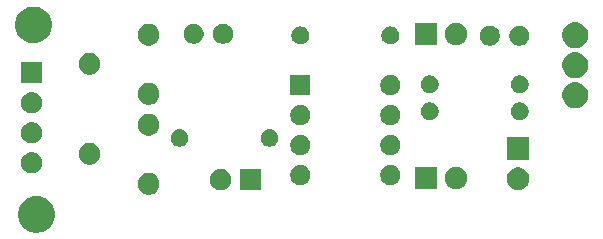
<source format=gbr>
G04 #@! TF.GenerationSoftware,KiCad,Pcbnew,5.1.5-52549c5~86~ubuntu16.04.1*
G04 #@! TF.CreationDate,2020-11-24T19:11:49+05:30*
G04 #@! TF.ProjectId,IR_Sensor_Module_555_V1.0_B,49525f53-656e-4736-9f72-5f4d6f64756c,V1.0*
G04 #@! TF.SameCoordinates,Original*
G04 #@! TF.FileFunction,Soldermask,Bot*
G04 #@! TF.FilePolarity,Negative*
%FSLAX46Y46*%
G04 Gerber Fmt 4.6, Leading zero omitted, Abs format (unit mm)*
G04 Created by KiCad (PCBNEW 5.1.5-52549c5~86~ubuntu16.04.1) date 2020-11-24 19:11:49*
%MOMM*%
%LPD*%
G04 APERTURE LIST*
%ADD10C,0.100000*%
G04 APERTURE END LIST*
D10*
G36*
X102556585Y-115366802D02*
G01*
X102706410Y-115396604D01*
X102988674Y-115513521D01*
X103242705Y-115683259D01*
X103458741Y-115899295D01*
X103628479Y-116153326D01*
X103745396Y-116435590D01*
X103805000Y-116735240D01*
X103805000Y-117040760D01*
X103745396Y-117340410D01*
X103628479Y-117622674D01*
X103458741Y-117876705D01*
X103242705Y-118092741D01*
X102988674Y-118262479D01*
X102706410Y-118379396D01*
X102556585Y-118409198D01*
X102406761Y-118439000D01*
X102101239Y-118439000D01*
X101951415Y-118409198D01*
X101801590Y-118379396D01*
X101519326Y-118262479D01*
X101265295Y-118092741D01*
X101049259Y-117876705D01*
X100879521Y-117622674D01*
X100762604Y-117340410D01*
X100703000Y-117040760D01*
X100703000Y-116735240D01*
X100762604Y-116435590D01*
X100879521Y-116153326D01*
X101049259Y-115899295D01*
X101265295Y-115683259D01*
X101519326Y-115513521D01*
X101801590Y-115396604D01*
X101951415Y-115366802D01*
X102101239Y-115337000D01*
X102406761Y-115337000D01*
X102556585Y-115366802D01*
G37*
G36*
X112030104Y-113409585D02*
G01*
X112198626Y-113479389D01*
X112350291Y-113580728D01*
X112479272Y-113709709D01*
X112580611Y-113861374D01*
X112650415Y-114029896D01*
X112686000Y-114208797D01*
X112686000Y-114391203D01*
X112650415Y-114570104D01*
X112580611Y-114738626D01*
X112479272Y-114890291D01*
X112350291Y-115019272D01*
X112198626Y-115120611D01*
X112030104Y-115190415D01*
X111851203Y-115226000D01*
X111668797Y-115226000D01*
X111489896Y-115190415D01*
X111321374Y-115120611D01*
X111169709Y-115019272D01*
X111040728Y-114890291D01*
X110939389Y-114738626D01*
X110869585Y-114570104D01*
X110834000Y-114391203D01*
X110834000Y-114208797D01*
X110869585Y-114029896D01*
X110939389Y-113861374D01*
X111040728Y-113709709D01*
X111169709Y-113580728D01*
X111321374Y-113479389D01*
X111489896Y-113409585D01*
X111668797Y-113374000D01*
X111851203Y-113374000D01*
X112030104Y-113409585D01*
G37*
G36*
X121297000Y-114845400D02*
G01*
X119495000Y-114845400D01*
X119495000Y-113043400D01*
X121297000Y-113043400D01*
X121297000Y-114845400D01*
G37*
G36*
X117969512Y-113048327D02*
G01*
X118118812Y-113078024D01*
X118282784Y-113145944D01*
X118430354Y-113244547D01*
X118555853Y-113370046D01*
X118654456Y-113517616D01*
X118722376Y-113681588D01*
X118757000Y-113855659D01*
X118757000Y-114033141D01*
X118722376Y-114207212D01*
X118654456Y-114371184D01*
X118555853Y-114518754D01*
X118430354Y-114644253D01*
X118282784Y-114742856D01*
X118118812Y-114810776D01*
X117969512Y-114840473D01*
X117944742Y-114845400D01*
X117767258Y-114845400D01*
X117742488Y-114840473D01*
X117593188Y-114810776D01*
X117429216Y-114742856D01*
X117281646Y-114644253D01*
X117156147Y-114518754D01*
X117057544Y-114371184D01*
X116989624Y-114207212D01*
X116955000Y-114033141D01*
X116955000Y-113855659D01*
X116989624Y-113681588D01*
X117057544Y-113517616D01*
X117156147Y-113370046D01*
X117281646Y-113244547D01*
X117429216Y-113145944D01*
X117593188Y-113078024D01*
X117742488Y-113048327D01*
X117767258Y-113043400D01*
X117944742Y-113043400D01*
X117969512Y-113048327D01*
G37*
G36*
X143330195Y-112953746D02*
G01*
X143503266Y-113025434D01*
X143503267Y-113025435D01*
X143659027Y-113129510D01*
X143791490Y-113261973D01*
X143827036Y-113315172D01*
X143895566Y-113417734D01*
X143967254Y-113590805D01*
X144003800Y-113774533D01*
X144003800Y-113961867D01*
X143967254Y-114145595D01*
X143895566Y-114318666D01*
X143853451Y-114381695D01*
X143791490Y-114474427D01*
X143659027Y-114606890D01*
X143603109Y-114644253D01*
X143503266Y-114710966D01*
X143330195Y-114782654D01*
X143146467Y-114819200D01*
X142959133Y-114819200D01*
X142775405Y-114782654D01*
X142602334Y-114710966D01*
X142502491Y-114644253D01*
X142446573Y-114606890D01*
X142314110Y-114474427D01*
X142252149Y-114381695D01*
X142210034Y-114318666D01*
X142138346Y-114145595D01*
X142101800Y-113961867D01*
X142101800Y-113774533D01*
X142138346Y-113590805D01*
X142210034Y-113417734D01*
X142278564Y-113315172D01*
X142314110Y-113261973D01*
X142446573Y-113129510D01*
X142602333Y-113025435D01*
X142602334Y-113025434D01*
X142775405Y-112953746D01*
X142959133Y-112917200D01*
X143146467Y-112917200D01*
X143330195Y-112953746D01*
G37*
G36*
X136206000Y-114743000D02*
G01*
X134304000Y-114743000D01*
X134304000Y-112841000D01*
X136206000Y-112841000D01*
X136206000Y-114743000D01*
G37*
G36*
X138072395Y-112877546D02*
G01*
X138245466Y-112949234D01*
X138252220Y-112953747D01*
X138401227Y-113053310D01*
X138533690Y-113185773D01*
X138533691Y-113185775D01*
X138637766Y-113341534D01*
X138709454Y-113514605D01*
X138746000Y-113698333D01*
X138746000Y-113885667D01*
X138709454Y-114069395D01*
X138637766Y-114242466D01*
X138637765Y-114242467D01*
X138533690Y-114398227D01*
X138401227Y-114530690D01*
X138342241Y-114570103D01*
X138245466Y-114634766D01*
X138072395Y-114706454D01*
X137888667Y-114743000D01*
X137701333Y-114743000D01*
X137517605Y-114706454D01*
X137344534Y-114634766D01*
X137247759Y-114570103D01*
X137188773Y-114530690D01*
X137056310Y-114398227D01*
X136952235Y-114242467D01*
X136952234Y-114242466D01*
X136880546Y-114069395D01*
X136844000Y-113885667D01*
X136844000Y-113698333D01*
X136880546Y-113514605D01*
X136952234Y-113341534D01*
X137056309Y-113185775D01*
X137056310Y-113185773D01*
X137188773Y-113053310D01*
X137337780Y-112953747D01*
X137344534Y-112949234D01*
X137517605Y-112877546D01*
X137701333Y-112841000D01*
X137888667Y-112841000D01*
X138072395Y-112877546D01*
G37*
G36*
X132480628Y-112745103D02*
G01*
X132635500Y-112809253D01*
X132774881Y-112902385D01*
X132893415Y-113020919D01*
X132986547Y-113160300D01*
X133050697Y-113315172D01*
X133083400Y-113479584D01*
X133083400Y-113647216D01*
X133050697Y-113811628D01*
X132986547Y-113966500D01*
X132893415Y-114105881D01*
X132774881Y-114224415D01*
X132635500Y-114317547D01*
X132480628Y-114381697D01*
X132316216Y-114414400D01*
X132148584Y-114414400D01*
X131984172Y-114381697D01*
X131829300Y-114317547D01*
X131689919Y-114224415D01*
X131571385Y-114105881D01*
X131478253Y-113966500D01*
X131414103Y-113811628D01*
X131381400Y-113647216D01*
X131381400Y-113479584D01*
X131414103Y-113315172D01*
X131478253Y-113160300D01*
X131571385Y-113020919D01*
X131689919Y-112902385D01*
X131829300Y-112809253D01*
X131984172Y-112745103D01*
X132148584Y-112712400D01*
X132316216Y-112712400D01*
X132480628Y-112745103D01*
G37*
G36*
X124860628Y-112745103D02*
G01*
X125015500Y-112809253D01*
X125154881Y-112902385D01*
X125273415Y-113020919D01*
X125366547Y-113160300D01*
X125430697Y-113315172D01*
X125463400Y-113479584D01*
X125463400Y-113647216D01*
X125430697Y-113811628D01*
X125366547Y-113966500D01*
X125273415Y-114105881D01*
X125154881Y-114224415D01*
X125015500Y-114317547D01*
X124860628Y-114381697D01*
X124696216Y-114414400D01*
X124528584Y-114414400D01*
X124364172Y-114381697D01*
X124209300Y-114317547D01*
X124069919Y-114224415D01*
X123951385Y-114105881D01*
X123858253Y-113966500D01*
X123794103Y-113811628D01*
X123761400Y-113647216D01*
X123761400Y-113479584D01*
X123794103Y-113315172D01*
X123858253Y-113160300D01*
X123951385Y-113020919D01*
X124069919Y-112902385D01*
X124209300Y-112809253D01*
X124364172Y-112745103D01*
X124528584Y-112712400D01*
X124696216Y-112712400D01*
X124860628Y-112745103D01*
G37*
G36*
X101967512Y-111625927D02*
G01*
X102116812Y-111655624D01*
X102280784Y-111723544D01*
X102428354Y-111822147D01*
X102553853Y-111947646D01*
X102652456Y-112095216D01*
X102720376Y-112259188D01*
X102755000Y-112433259D01*
X102755000Y-112610741D01*
X102720376Y-112784812D01*
X102652456Y-112948784D01*
X102553853Y-113096354D01*
X102428354Y-113221853D01*
X102280784Y-113320456D01*
X102116812Y-113388376D01*
X101969221Y-113417733D01*
X101942742Y-113423000D01*
X101765258Y-113423000D01*
X101738779Y-113417733D01*
X101591188Y-113388376D01*
X101427216Y-113320456D01*
X101279646Y-113221853D01*
X101154147Y-113096354D01*
X101055544Y-112948784D01*
X100987624Y-112784812D01*
X100953000Y-112610741D01*
X100953000Y-112433259D01*
X100987624Y-112259188D01*
X101055544Y-112095216D01*
X101154147Y-111947646D01*
X101279646Y-111822147D01*
X101427216Y-111723544D01*
X101591188Y-111655624D01*
X101740488Y-111625927D01*
X101765258Y-111621000D01*
X101942742Y-111621000D01*
X101967512Y-111625927D01*
G37*
G36*
X107030104Y-110869585D02*
G01*
X107198626Y-110939389D01*
X107350291Y-111040728D01*
X107479272Y-111169709D01*
X107580611Y-111321374D01*
X107650415Y-111489896D01*
X107686000Y-111668797D01*
X107686000Y-111851203D01*
X107650415Y-112030104D01*
X107580611Y-112198626D01*
X107479272Y-112350291D01*
X107350291Y-112479272D01*
X107198626Y-112580611D01*
X107030104Y-112650415D01*
X106851203Y-112686000D01*
X106668797Y-112686000D01*
X106489896Y-112650415D01*
X106321374Y-112580611D01*
X106169709Y-112479272D01*
X106040728Y-112350291D01*
X105939389Y-112198626D01*
X105869585Y-112030104D01*
X105834000Y-111851203D01*
X105834000Y-111668797D01*
X105869585Y-111489896D01*
X105939389Y-111321374D01*
X106040728Y-111169709D01*
X106169709Y-111040728D01*
X106321374Y-110939389D01*
X106489896Y-110869585D01*
X106668797Y-110834000D01*
X106851203Y-110834000D01*
X107030104Y-110869585D01*
G37*
G36*
X144003800Y-112279200D02*
G01*
X142101800Y-112279200D01*
X142101800Y-110377200D01*
X144003800Y-110377200D01*
X144003800Y-112279200D01*
G37*
G36*
X132480628Y-110205103D02*
G01*
X132635500Y-110269253D01*
X132774881Y-110362385D01*
X132893415Y-110480919D01*
X132986547Y-110620300D01*
X133050697Y-110775172D01*
X133083400Y-110939584D01*
X133083400Y-111107216D01*
X133050697Y-111271628D01*
X132986547Y-111426500D01*
X132893415Y-111565881D01*
X132774881Y-111684415D01*
X132635500Y-111777547D01*
X132480628Y-111841697D01*
X132316216Y-111874400D01*
X132148584Y-111874400D01*
X131984172Y-111841697D01*
X131829300Y-111777547D01*
X131689919Y-111684415D01*
X131571385Y-111565881D01*
X131478253Y-111426500D01*
X131414103Y-111271628D01*
X131381400Y-111107216D01*
X131381400Y-110939584D01*
X131414103Y-110775172D01*
X131478253Y-110620300D01*
X131571385Y-110480919D01*
X131689919Y-110362385D01*
X131829300Y-110269253D01*
X131984172Y-110205103D01*
X132148584Y-110172400D01*
X132316216Y-110172400D01*
X132480628Y-110205103D01*
G37*
G36*
X124860628Y-110205103D02*
G01*
X125015500Y-110269253D01*
X125154881Y-110362385D01*
X125273415Y-110480919D01*
X125366547Y-110620300D01*
X125430697Y-110775172D01*
X125463400Y-110939584D01*
X125463400Y-111107216D01*
X125430697Y-111271628D01*
X125366547Y-111426500D01*
X125273415Y-111565881D01*
X125154881Y-111684415D01*
X125015500Y-111777547D01*
X124860628Y-111841697D01*
X124696216Y-111874400D01*
X124528584Y-111874400D01*
X124364172Y-111841697D01*
X124209300Y-111777547D01*
X124069919Y-111684415D01*
X123951385Y-111565881D01*
X123858253Y-111426500D01*
X123794103Y-111271628D01*
X123761400Y-111107216D01*
X123761400Y-110939584D01*
X123794103Y-110775172D01*
X123858253Y-110620300D01*
X123951385Y-110480919D01*
X124069919Y-110362385D01*
X124209300Y-110269253D01*
X124364172Y-110205103D01*
X124528584Y-110172400D01*
X124696216Y-110172400D01*
X124860628Y-110205103D01*
G37*
G36*
X122215259Y-109691660D02*
G01*
X122328643Y-109738625D01*
X122351932Y-109748272D01*
X122474935Y-109830460D01*
X122579540Y-109935065D01*
X122635805Y-110019272D01*
X122661729Y-110058070D01*
X122718340Y-110194741D01*
X122747200Y-110339832D01*
X122747200Y-110487768D01*
X122718340Y-110632859D01*
X122661728Y-110769532D01*
X122579540Y-110892535D01*
X122474935Y-110997140D01*
X122351932Y-111079328D01*
X122351931Y-111079329D01*
X122351930Y-111079329D01*
X122215259Y-111135940D01*
X122070168Y-111164800D01*
X121922232Y-111164800D01*
X121777141Y-111135940D01*
X121640470Y-111079329D01*
X121640469Y-111079329D01*
X121640468Y-111079328D01*
X121517465Y-110997140D01*
X121412860Y-110892535D01*
X121330672Y-110769532D01*
X121274060Y-110632859D01*
X121245200Y-110487768D01*
X121245200Y-110339832D01*
X121274060Y-110194741D01*
X121330671Y-110058070D01*
X121356595Y-110019272D01*
X121412860Y-109935065D01*
X121517465Y-109830460D01*
X121640468Y-109748272D01*
X121663758Y-109738625D01*
X121777141Y-109691660D01*
X121922232Y-109662800D01*
X122070168Y-109662800D01*
X122215259Y-109691660D01*
G37*
G36*
X114595259Y-109691660D02*
G01*
X114708643Y-109738625D01*
X114731932Y-109748272D01*
X114854935Y-109830460D01*
X114959540Y-109935065D01*
X115015805Y-110019272D01*
X115041729Y-110058070D01*
X115098340Y-110194741D01*
X115127200Y-110339832D01*
X115127200Y-110487768D01*
X115098340Y-110632859D01*
X115041728Y-110769532D01*
X114959540Y-110892535D01*
X114854935Y-110997140D01*
X114731932Y-111079328D01*
X114731931Y-111079329D01*
X114731930Y-111079329D01*
X114595259Y-111135940D01*
X114450168Y-111164800D01*
X114302232Y-111164800D01*
X114157141Y-111135940D01*
X114020470Y-111079329D01*
X114020469Y-111079329D01*
X114020468Y-111079328D01*
X113897465Y-110997140D01*
X113792860Y-110892535D01*
X113710672Y-110769532D01*
X113654060Y-110632859D01*
X113625200Y-110487768D01*
X113625200Y-110339832D01*
X113654060Y-110194741D01*
X113710671Y-110058070D01*
X113736595Y-110019272D01*
X113792860Y-109935065D01*
X113897465Y-109830460D01*
X114020468Y-109748272D01*
X114043758Y-109738625D01*
X114157141Y-109691660D01*
X114302232Y-109662800D01*
X114450168Y-109662800D01*
X114595259Y-109691660D01*
G37*
G36*
X101967512Y-109085927D02*
G01*
X102116812Y-109115624D01*
X102280784Y-109183544D01*
X102428354Y-109282147D01*
X102553853Y-109407646D01*
X102652456Y-109555216D01*
X102720376Y-109719188D01*
X102742509Y-109830460D01*
X102754410Y-109890290D01*
X102755000Y-109893259D01*
X102755000Y-110070741D01*
X102720376Y-110244812D01*
X102652456Y-110408784D01*
X102553853Y-110556354D01*
X102428354Y-110681853D01*
X102280784Y-110780456D01*
X102116812Y-110848376D01*
X101967512Y-110878073D01*
X101942742Y-110883000D01*
X101765258Y-110883000D01*
X101740488Y-110878073D01*
X101591188Y-110848376D01*
X101427216Y-110780456D01*
X101279646Y-110681853D01*
X101154147Y-110556354D01*
X101055544Y-110408784D01*
X100987624Y-110244812D01*
X100953000Y-110070741D01*
X100953000Y-109893259D01*
X100953591Y-109890290D01*
X100965491Y-109830460D01*
X100987624Y-109719188D01*
X101055544Y-109555216D01*
X101154147Y-109407646D01*
X101279646Y-109282147D01*
X101427216Y-109183544D01*
X101591188Y-109115624D01*
X101740488Y-109085927D01*
X101765258Y-109081000D01*
X101942742Y-109081000D01*
X101967512Y-109085927D01*
G37*
G36*
X112030104Y-108409585D02*
G01*
X112198626Y-108479389D01*
X112350291Y-108580728D01*
X112479272Y-108709709D01*
X112580611Y-108861374D01*
X112650415Y-109029896D01*
X112686000Y-109208797D01*
X112686000Y-109391203D01*
X112650415Y-109570104D01*
X112580611Y-109738626D01*
X112479272Y-109890291D01*
X112350291Y-110019272D01*
X112198626Y-110120611D01*
X112030104Y-110190415D01*
X111851203Y-110226000D01*
X111668797Y-110226000D01*
X111489896Y-110190415D01*
X111321374Y-110120611D01*
X111169709Y-110019272D01*
X111040728Y-109890291D01*
X110939389Y-109738626D01*
X110869585Y-109570104D01*
X110834000Y-109391203D01*
X110834000Y-109208797D01*
X110869585Y-109029896D01*
X110939389Y-108861374D01*
X111040728Y-108709709D01*
X111169709Y-108580728D01*
X111321374Y-108479389D01*
X111489896Y-108409585D01*
X111668797Y-108374000D01*
X111851203Y-108374000D01*
X112030104Y-108409585D01*
G37*
G36*
X124860628Y-107665103D02*
G01*
X125015500Y-107729253D01*
X125154881Y-107822385D01*
X125273415Y-107940919D01*
X125366547Y-108080300D01*
X125430697Y-108235172D01*
X125463400Y-108399584D01*
X125463400Y-108567216D01*
X125430697Y-108731628D01*
X125366547Y-108886500D01*
X125273415Y-109025881D01*
X125154881Y-109144415D01*
X125015500Y-109237547D01*
X124860628Y-109301697D01*
X124696216Y-109334400D01*
X124528584Y-109334400D01*
X124364172Y-109301697D01*
X124209300Y-109237547D01*
X124069919Y-109144415D01*
X123951385Y-109025881D01*
X123858253Y-108886500D01*
X123794103Y-108731628D01*
X123761400Y-108567216D01*
X123761400Y-108399584D01*
X123794103Y-108235172D01*
X123858253Y-108080300D01*
X123951385Y-107940919D01*
X124069919Y-107822385D01*
X124209300Y-107729253D01*
X124364172Y-107665103D01*
X124528584Y-107632400D01*
X124696216Y-107632400D01*
X124860628Y-107665103D01*
G37*
G36*
X132480628Y-107665103D02*
G01*
X132635500Y-107729253D01*
X132774881Y-107822385D01*
X132893415Y-107940919D01*
X132986547Y-108080300D01*
X133050697Y-108235172D01*
X133083400Y-108399584D01*
X133083400Y-108567216D01*
X133050697Y-108731628D01*
X132986547Y-108886500D01*
X132893415Y-109025881D01*
X132774881Y-109144415D01*
X132635500Y-109237547D01*
X132480628Y-109301697D01*
X132316216Y-109334400D01*
X132148584Y-109334400D01*
X131984172Y-109301697D01*
X131829300Y-109237547D01*
X131689919Y-109144415D01*
X131571385Y-109025881D01*
X131478253Y-108886500D01*
X131414103Y-108731628D01*
X131381400Y-108567216D01*
X131381400Y-108399584D01*
X131414103Y-108235172D01*
X131478253Y-108080300D01*
X131571385Y-107940919D01*
X131689919Y-107822385D01*
X131829300Y-107729253D01*
X131984172Y-107665103D01*
X132148584Y-107632400D01*
X132316216Y-107632400D01*
X132480628Y-107665103D01*
G37*
G36*
X135778859Y-107431060D02*
G01*
X135915532Y-107487672D01*
X136038535Y-107569860D01*
X136143140Y-107674465D01*
X136225328Y-107797468D01*
X136281940Y-107934141D01*
X136310800Y-108079233D01*
X136310800Y-108227167D01*
X136281940Y-108372259D01*
X136225328Y-108508932D01*
X136143140Y-108631935D01*
X136038535Y-108736540D01*
X135915532Y-108818728D01*
X135915531Y-108818729D01*
X135915530Y-108818729D01*
X135778859Y-108875340D01*
X135633768Y-108904200D01*
X135485832Y-108904200D01*
X135340741Y-108875340D01*
X135204070Y-108818729D01*
X135204069Y-108818729D01*
X135204068Y-108818728D01*
X135081065Y-108736540D01*
X134976460Y-108631935D01*
X134894272Y-108508932D01*
X134837660Y-108372259D01*
X134808800Y-108227167D01*
X134808800Y-108079233D01*
X134837660Y-107934141D01*
X134894272Y-107797468D01*
X134976460Y-107674465D01*
X135081065Y-107569860D01*
X135204068Y-107487672D01*
X135340741Y-107431060D01*
X135485832Y-107402200D01*
X135633768Y-107402200D01*
X135778859Y-107431060D01*
G37*
G36*
X143398859Y-107431060D02*
G01*
X143535532Y-107487672D01*
X143658535Y-107569860D01*
X143763140Y-107674465D01*
X143845328Y-107797468D01*
X143901940Y-107934141D01*
X143930800Y-108079233D01*
X143930800Y-108227167D01*
X143901940Y-108372259D01*
X143845328Y-108508932D01*
X143763140Y-108631935D01*
X143658535Y-108736540D01*
X143535532Y-108818728D01*
X143535531Y-108818729D01*
X143535530Y-108818729D01*
X143398859Y-108875340D01*
X143253768Y-108904200D01*
X143105832Y-108904200D01*
X142960741Y-108875340D01*
X142824070Y-108818729D01*
X142824069Y-108818729D01*
X142824068Y-108818728D01*
X142701065Y-108736540D01*
X142596460Y-108631935D01*
X142514272Y-108508932D01*
X142457660Y-108372259D01*
X142428800Y-108227167D01*
X142428800Y-108079233D01*
X142457660Y-107934141D01*
X142514272Y-107797468D01*
X142596460Y-107674465D01*
X142701065Y-107569860D01*
X142824068Y-107487672D01*
X142960741Y-107431060D01*
X143105832Y-107402200D01*
X143253768Y-107402200D01*
X143398859Y-107431060D01*
G37*
G36*
X101967512Y-106545927D02*
G01*
X102116812Y-106575624D01*
X102280784Y-106643544D01*
X102428354Y-106742147D01*
X102553853Y-106867646D01*
X102652456Y-107015216D01*
X102720376Y-107179188D01*
X102755000Y-107353259D01*
X102755000Y-107530741D01*
X102720376Y-107704812D01*
X102652456Y-107868784D01*
X102553853Y-108016354D01*
X102428354Y-108141853D01*
X102280784Y-108240456D01*
X102116812Y-108308376D01*
X101967512Y-108338073D01*
X101942742Y-108343000D01*
X101765258Y-108343000D01*
X101740488Y-108338073D01*
X101591188Y-108308376D01*
X101427216Y-108240456D01*
X101279646Y-108141853D01*
X101154147Y-108016354D01*
X101055544Y-107868784D01*
X100987624Y-107704812D01*
X100953000Y-107530741D01*
X100953000Y-107353259D01*
X100987624Y-107179188D01*
X101055544Y-107015216D01*
X101154147Y-106867646D01*
X101279646Y-106742147D01*
X101427216Y-106643544D01*
X101591188Y-106575624D01*
X101740488Y-106545927D01*
X101765258Y-106541000D01*
X101942742Y-106541000D01*
X101967512Y-106545927D01*
G37*
G36*
X148060492Y-105695171D02*
G01*
X148199950Y-105722911D01*
X148275005Y-105754000D01*
X148400320Y-105805907D01*
X148580644Y-105926395D01*
X148734005Y-106079756D01*
X148854493Y-106260080D01*
X148854493Y-106260081D01*
X148937489Y-106460450D01*
X148951866Y-106532728D01*
X148979800Y-106673160D01*
X148979800Y-106890040D01*
X148937489Y-107102749D01*
X148854493Y-107303120D01*
X148734005Y-107483444D01*
X148580644Y-107636805D01*
X148400320Y-107757293D01*
X148303324Y-107797470D01*
X148199950Y-107840289D01*
X148093594Y-107861445D01*
X147987240Y-107882600D01*
X147770360Y-107882600D01*
X147664006Y-107861445D01*
X147557650Y-107840289D01*
X147454276Y-107797470D01*
X147357280Y-107757293D01*
X147176956Y-107636805D01*
X147023595Y-107483444D01*
X146903107Y-107303120D01*
X146820111Y-107102749D01*
X146777800Y-106890040D01*
X146777800Y-106673160D01*
X146805734Y-106532728D01*
X146820111Y-106460450D01*
X146903107Y-106260081D01*
X146903107Y-106260080D01*
X147023595Y-106079756D01*
X147176956Y-105926395D01*
X147357280Y-105805907D01*
X147482595Y-105754000D01*
X147557650Y-105722911D01*
X147697108Y-105695171D01*
X147770360Y-105680600D01*
X147987240Y-105680600D01*
X148060492Y-105695171D01*
G37*
G36*
X112030104Y-105789585D02*
G01*
X112198626Y-105859389D01*
X112350291Y-105960728D01*
X112479272Y-106089709D01*
X112580611Y-106241374D01*
X112650415Y-106409896D01*
X112686000Y-106588797D01*
X112686000Y-106771203D01*
X112650415Y-106950104D01*
X112580611Y-107118626D01*
X112479272Y-107270291D01*
X112350291Y-107399272D01*
X112198626Y-107500611D01*
X112030104Y-107570415D01*
X111851203Y-107606000D01*
X111668797Y-107606000D01*
X111489896Y-107570415D01*
X111321374Y-107500611D01*
X111169709Y-107399272D01*
X111040728Y-107270291D01*
X110939389Y-107118626D01*
X110869585Y-106950104D01*
X110834000Y-106771203D01*
X110834000Y-106588797D01*
X110869585Y-106409896D01*
X110939389Y-106241374D01*
X111040728Y-106089709D01*
X111169709Y-105960728D01*
X111321374Y-105859389D01*
X111489896Y-105789585D01*
X111668797Y-105754000D01*
X111851203Y-105754000D01*
X112030104Y-105789585D01*
G37*
G36*
X125463400Y-106794400D02*
G01*
X123761400Y-106794400D01*
X123761400Y-105092400D01*
X125463400Y-105092400D01*
X125463400Y-106794400D01*
G37*
G36*
X132480628Y-105125103D02*
G01*
X132635500Y-105189253D01*
X132774881Y-105282385D01*
X132893415Y-105400919D01*
X132986547Y-105540300D01*
X133050697Y-105695172D01*
X133083400Y-105859584D01*
X133083400Y-106027216D01*
X133050697Y-106191628D01*
X132986547Y-106346500D01*
X132893415Y-106485881D01*
X132774881Y-106604415D01*
X132635500Y-106697547D01*
X132480628Y-106761697D01*
X132316216Y-106794400D01*
X132148584Y-106794400D01*
X131984172Y-106761697D01*
X131829300Y-106697547D01*
X131689919Y-106604415D01*
X131571385Y-106485881D01*
X131478253Y-106346500D01*
X131414103Y-106191628D01*
X131381400Y-106027216D01*
X131381400Y-105859584D01*
X131414103Y-105695172D01*
X131478253Y-105540300D01*
X131571385Y-105400919D01*
X131689919Y-105282385D01*
X131829300Y-105189253D01*
X131984172Y-105125103D01*
X132148584Y-105092400D01*
X132316216Y-105092400D01*
X132480628Y-105125103D01*
G37*
G36*
X135778859Y-105145060D02*
G01*
X135915532Y-105201672D01*
X136038535Y-105283860D01*
X136143140Y-105388465D01*
X136143141Y-105388467D01*
X136225329Y-105511470D01*
X136281940Y-105648141D01*
X136310075Y-105789585D01*
X136310800Y-105793233D01*
X136310800Y-105941167D01*
X136281940Y-106086259D01*
X136225328Y-106222932D01*
X136143140Y-106345935D01*
X136038535Y-106450540D01*
X135915532Y-106532728D01*
X135915531Y-106532729D01*
X135915530Y-106532729D01*
X135778859Y-106589340D01*
X135633768Y-106618200D01*
X135485832Y-106618200D01*
X135340741Y-106589340D01*
X135204070Y-106532729D01*
X135204069Y-106532729D01*
X135204068Y-106532728D01*
X135081065Y-106450540D01*
X134976460Y-106345935D01*
X134894272Y-106222932D01*
X134837660Y-106086259D01*
X134808800Y-105941167D01*
X134808800Y-105793233D01*
X134809526Y-105789585D01*
X134837660Y-105648141D01*
X134894271Y-105511470D01*
X134976459Y-105388467D01*
X134976460Y-105388465D01*
X135081065Y-105283860D01*
X135204068Y-105201672D01*
X135340741Y-105145060D01*
X135485832Y-105116200D01*
X135633768Y-105116200D01*
X135778859Y-105145060D01*
G37*
G36*
X143398859Y-105145060D02*
G01*
X143535532Y-105201672D01*
X143658535Y-105283860D01*
X143763140Y-105388465D01*
X143763141Y-105388467D01*
X143845329Y-105511470D01*
X143901940Y-105648141D01*
X143930075Y-105789585D01*
X143930800Y-105793233D01*
X143930800Y-105941167D01*
X143901940Y-106086259D01*
X143845328Y-106222932D01*
X143763140Y-106345935D01*
X143658535Y-106450540D01*
X143535532Y-106532728D01*
X143535531Y-106532729D01*
X143535530Y-106532729D01*
X143398859Y-106589340D01*
X143253768Y-106618200D01*
X143105832Y-106618200D01*
X142960741Y-106589340D01*
X142824070Y-106532729D01*
X142824069Y-106532729D01*
X142824068Y-106532728D01*
X142701065Y-106450540D01*
X142596460Y-106345935D01*
X142514272Y-106222932D01*
X142457660Y-106086259D01*
X142428800Y-105941167D01*
X142428800Y-105793233D01*
X142429526Y-105789585D01*
X142457660Y-105648141D01*
X142514271Y-105511470D01*
X142596459Y-105388467D01*
X142596460Y-105388465D01*
X142701065Y-105283860D01*
X142824068Y-105201672D01*
X142960741Y-105145060D01*
X143105832Y-105116200D01*
X143253768Y-105116200D01*
X143398859Y-105145060D01*
G37*
G36*
X102755000Y-105803000D02*
G01*
X100953000Y-105803000D01*
X100953000Y-104001000D01*
X102755000Y-104001000D01*
X102755000Y-105803000D01*
G37*
G36*
X148093594Y-103161755D02*
G01*
X148199950Y-103182911D01*
X148275005Y-103214000D01*
X148400320Y-103265907D01*
X148580644Y-103386395D01*
X148734005Y-103539756D01*
X148854493Y-103720080D01*
X148937489Y-103920451D01*
X148979800Y-104133160D01*
X148979800Y-104350040D01*
X148937489Y-104562749D01*
X148854493Y-104763120D01*
X148734005Y-104943444D01*
X148580644Y-105096805D01*
X148400320Y-105217293D01*
X148300134Y-105258791D01*
X148199950Y-105300289D01*
X148093595Y-105321444D01*
X147987240Y-105342600D01*
X147770360Y-105342600D01*
X147664006Y-105321445D01*
X147557650Y-105300289D01*
X147457466Y-105258791D01*
X147357280Y-105217293D01*
X147176956Y-105096805D01*
X147023595Y-104943444D01*
X146903107Y-104763120D01*
X146820111Y-104562749D01*
X146777800Y-104350040D01*
X146777800Y-104133160D01*
X146820111Y-103920451D01*
X146903107Y-103720080D01*
X147023595Y-103539756D01*
X147176956Y-103386395D01*
X147357280Y-103265907D01*
X147482595Y-103214000D01*
X147557650Y-103182911D01*
X147664006Y-103161755D01*
X147770360Y-103140600D01*
X147987240Y-103140600D01*
X148093594Y-103161755D01*
G37*
G36*
X107030104Y-103249585D02*
G01*
X107198626Y-103319389D01*
X107350291Y-103420728D01*
X107479272Y-103549709D01*
X107580611Y-103701374D01*
X107650415Y-103869896D01*
X107686000Y-104048797D01*
X107686000Y-104231203D01*
X107650415Y-104410104D01*
X107580611Y-104578626D01*
X107479272Y-104730291D01*
X107350291Y-104859272D01*
X107198626Y-104960611D01*
X107030104Y-105030415D01*
X106851203Y-105066000D01*
X106668797Y-105066000D01*
X106489896Y-105030415D01*
X106321374Y-104960611D01*
X106169709Y-104859272D01*
X106040728Y-104730291D01*
X105939389Y-104578626D01*
X105869585Y-104410104D01*
X105834000Y-104231203D01*
X105834000Y-104048797D01*
X105869585Y-103869896D01*
X105939389Y-103701374D01*
X106040728Y-103549709D01*
X106169709Y-103420728D01*
X106321374Y-103319389D01*
X106489896Y-103249585D01*
X106668797Y-103214000D01*
X106851203Y-103214000D01*
X107030104Y-103249585D01*
G37*
G36*
X148093595Y-100621756D02*
G01*
X148199950Y-100642911D01*
X148400320Y-100725907D01*
X148580644Y-100846395D01*
X148734005Y-100999756D01*
X148854493Y-101180080D01*
X148866853Y-101209920D01*
X148933686Y-101371268D01*
X148937489Y-101380451D01*
X148975725Y-101572672D01*
X148979800Y-101593161D01*
X148979800Y-101810039D01*
X148937489Y-102022750D01*
X148897776Y-102118625D01*
X148854493Y-102223120D01*
X148734005Y-102403444D01*
X148580644Y-102556805D01*
X148400320Y-102677293D01*
X148199950Y-102760289D01*
X148093594Y-102781445D01*
X147987240Y-102802600D01*
X147770360Y-102802600D01*
X147664005Y-102781444D01*
X147557650Y-102760289D01*
X147457466Y-102718791D01*
X147357280Y-102677293D01*
X147176956Y-102556805D01*
X147023595Y-102403444D01*
X146903107Y-102223120D01*
X146859824Y-102118625D01*
X146820111Y-102022750D01*
X146777800Y-101810039D01*
X146777800Y-101593161D01*
X146781876Y-101572672D01*
X146820111Y-101380451D01*
X146823915Y-101371268D01*
X146890747Y-101209920D01*
X146903107Y-101180080D01*
X147023595Y-100999756D01*
X147176956Y-100846395D01*
X147357280Y-100725907D01*
X147457466Y-100684409D01*
X147557650Y-100642911D01*
X147664006Y-100621755D01*
X147770360Y-100600600D01*
X147987240Y-100600600D01*
X148093595Y-100621756D01*
G37*
G36*
X112030104Y-100789585D02*
G01*
X112198626Y-100859389D01*
X112350291Y-100960728D01*
X112479272Y-101089709D01*
X112580611Y-101241374D01*
X112650415Y-101409896D01*
X112686000Y-101588797D01*
X112686000Y-101771203D01*
X112650415Y-101950104D01*
X112580611Y-102118626D01*
X112479272Y-102270291D01*
X112350291Y-102399272D01*
X112198626Y-102500611D01*
X112030104Y-102570415D01*
X111851203Y-102606000D01*
X111668797Y-102606000D01*
X111489896Y-102570415D01*
X111321374Y-102500611D01*
X111169709Y-102399272D01*
X111040728Y-102270291D01*
X110939389Y-102118626D01*
X110869585Y-101950104D01*
X110834000Y-101771203D01*
X110834000Y-101588797D01*
X110869585Y-101409896D01*
X110939389Y-101241374D01*
X111040728Y-101089709D01*
X111169709Y-100960728D01*
X111321374Y-100859389D01*
X111489896Y-100789585D01*
X111668797Y-100754000D01*
X111851203Y-100754000D01*
X112030104Y-100789585D01*
G37*
G36*
X143402628Y-100934103D02*
G01*
X143557500Y-100998253D01*
X143696881Y-101091385D01*
X143815415Y-101209919D01*
X143908547Y-101349300D01*
X143972697Y-101504172D01*
X144005400Y-101668584D01*
X144005400Y-101836216D01*
X143972697Y-102000628D01*
X143908547Y-102155500D01*
X143815415Y-102294881D01*
X143696881Y-102413415D01*
X143557500Y-102506547D01*
X143402628Y-102570697D01*
X143238216Y-102603400D01*
X143070584Y-102603400D01*
X142906172Y-102570697D01*
X142751300Y-102506547D01*
X142611919Y-102413415D01*
X142493385Y-102294881D01*
X142400253Y-102155500D01*
X142336103Y-102000628D01*
X142303400Y-101836216D01*
X142303400Y-101668584D01*
X142336103Y-101504172D01*
X142400253Y-101349300D01*
X142493385Y-101209919D01*
X142611919Y-101091385D01*
X142751300Y-100998253D01*
X142906172Y-100934103D01*
X143070584Y-100901400D01*
X143238216Y-100901400D01*
X143402628Y-100934103D01*
G37*
G36*
X140902628Y-100934103D02*
G01*
X141057500Y-100998253D01*
X141196881Y-101091385D01*
X141315415Y-101209919D01*
X141408547Y-101349300D01*
X141472697Y-101504172D01*
X141505400Y-101668584D01*
X141505400Y-101836216D01*
X141472697Y-102000628D01*
X141408547Y-102155500D01*
X141315415Y-102294881D01*
X141196881Y-102413415D01*
X141057500Y-102506547D01*
X140902628Y-102570697D01*
X140738216Y-102603400D01*
X140570584Y-102603400D01*
X140406172Y-102570697D01*
X140251300Y-102506547D01*
X140111919Y-102413415D01*
X139993385Y-102294881D01*
X139900253Y-102155500D01*
X139836103Y-102000628D01*
X139803400Y-101836216D01*
X139803400Y-101668584D01*
X139836103Y-101504172D01*
X139900253Y-101349300D01*
X139993385Y-101209919D01*
X140111919Y-101091385D01*
X140251300Y-100998253D01*
X140406172Y-100934103D01*
X140570584Y-100901400D01*
X140738216Y-100901400D01*
X140902628Y-100934103D01*
G37*
G36*
X136206000Y-102551000D02*
G01*
X134304000Y-102551000D01*
X134304000Y-100649000D01*
X136206000Y-100649000D01*
X136206000Y-102551000D01*
G37*
G36*
X138072395Y-100685546D02*
G01*
X138245466Y-100757234D01*
X138293884Y-100789586D01*
X138401227Y-100861310D01*
X138533690Y-100993773D01*
X138576284Y-101057520D01*
X138637766Y-101149534D01*
X138709454Y-101322605D01*
X138746000Y-101506333D01*
X138746000Y-101693667D01*
X138709454Y-101877395D01*
X138637766Y-102050466D01*
X138592224Y-102118625D01*
X138533690Y-102206227D01*
X138401227Y-102338690D01*
X138378092Y-102354148D01*
X138245466Y-102442766D01*
X138072395Y-102514454D01*
X137888667Y-102551000D01*
X137701333Y-102551000D01*
X137517605Y-102514454D01*
X137344534Y-102442766D01*
X137211908Y-102354148D01*
X137188773Y-102338690D01*
X137056310Y-102206227D01*
X136997776Y-102118625D01*
X136952234Y-102050466D01*
X136880546Y-101877395D01*
X136844000Y-101693667D01*
X136844000Y-101506333D01*
X136880546Y-101322605D01*
X136952234Y-101149534D01*
X137013716Y-101057520D01*
X137056310Y-100993773D01*
X137188773Y-100861310D01*
X137296116Y-100789586D01*
X137344534Y-100757234D01*
X137517605Y-100685546D01*
X137701333Y-100649000D01*
X137888667Y-100649000D01*
X138072395Y-100685546D01*
G37*
G36*
X124775720Y-100993773D02*
G01*
X124831459Y-101004860D01*
X124968132Y-101061472D01*
X125091135Y-101143660D01*
X125195740Y-101248265D01*
X125264901Y-101351772D01*
X125277929Y-101371270D01*
X125334540Y-101507941D01*
X125363400Y-101653032D01*
X125363400Y-101800968D01*
X125334540Y-101946059D01*
X125302774Y-102022750D01*
X125277928Y-102082732D01*
X125195740Y-102205735D01*
X125091135Y-102310340D01*
X124968132Y-102392528D01*
X124968131Y-102392529D01*
X124968130Y-102392529D01*
X124831459Y-102449140D01*
X124686368Y-102478000D01*
X124538432Y-102478000D01*
X124393341Y-102449140D01*
X124256670Y-102392529D01*
X124256669Y-102392529D01*
X124256668Y-102392528D01*
X124133665Y-102310340D01*
X124029060Y-102205735D01*
X123946872Y-102082732D01*
X123922027Y-102022750D01*
X123890260Y-101946059D01*
X123861400Y-101800968D01*
X123861400Y-101653032D01*
X123890260Y-101507941D01*
X123946871Y-101371270D01*
X123959899Y-101351772D01*
X124029060Y-101248265D01*
X124133665Y-101143660D01*
X124256668Y-101061472D01*
X124393341Y-101004860D01*
X124449080Y-100993773D01*
X124538432Y-100976000D01*
X124686368Y-100976000D01*
X124775720Y-100993773D01*
G37*
G36*
X132395720Y-100993773D02*
G01*
X132451459Y-101004860D01*
X132588132Y-101061472D01*
X132711135Y-101143660D01*
X132815740Y-101248265D01*
X132884901Y-101351772D01*
X132897929Y-101371270D01*
X132954540Y-101507941D01*
X132983400Y-101653032D01*
X132983400Y-101800968D01*
X132954540Y-101946059D01*
X132922774Y-102022750D01*
X132897928Y-102082732D01*
X132815740Y-102205735D01*
X132711135Y-102310340D01*
X132588132Y-102392528D01*
X132588131Y-102392529D01*
X132588130Y-102392529D01*
X132451459Y-102449140D01*
X132306368Y-102478000D01*
X132158432Y-102478000D01*
X132013341Y-102449140D01*
X131876670Y-102392529D01*
X131876669Y-102392529D01*
X131876668Y-102392528D01*
X131753665Y-102310340D01*
X131649060Y-102205735D01*
X131566872Y-102082732D01*
X131542027Y-102022750D01*
X131510260Y-101946059D01*
X131481400Y-101800968D01*
X131481400Y-101653032D01*
X131510260Y-101507941D01*
X131566871Y-101371270D01*
X131579899Y-101351772D01*
X131649060Y-101248265D01*
X131753665Y-101143660D01*
X131876668Y-101061472D01*
X132013341Y-101004860D01*
X132069080Y-100993773D01*
X132158432Y-100976000D01*
X132306368Y-100976000D01*
X132395720Y-100993773D01*
G37*
G36*
X115818228Y-100781703D02*
G01*
X115973100Y-100845853D01*
X116112481Y-100938985D01*
X116231015Y-101057519D01*
X116324147Y-101196900D01*
X116388297Y-101351772D01*
X116421000Y-101516184D01*
X116421000Y-101683816D01*
X116388297Y-101848228D01*
X116324147Y-102003100D01*
X116231015Y-102142481D01*
X116112481Y-102261015D01*
X115973100Y-102354147D01*
X115818228Y-102418297D01*
X115653816Y-102451000D01*
X115486184Y-102451000D01*
X115321772Y-102418297D01*
X115166900Y-102354147D01*
X115027519Y-102261015D01*
X114908985Y-102142481D01*
X114815853Y-102003100D01*
X114751703Y-101848228D01*
X114719000Y-101683816D01*
X114719000Y-101516184D01*
X114751703Y-101351772D01*
X114815853Y-101196900D01*
X114908985Y-101057519D01*
X115027519Y-100938985D01*
X115166900Y-100845853D01*
X115321772Y-100781703D01*
X115486184Y-100749000D01*
X115653816Y-100749000D01*
X115818228Y-100781703D01*
G37*
G36*
X118318228Y-100781703D02*
G01*
X118473100Y-100845853D01*
X118612481Y-100938985D01*
X118731015Y-101057519D01*
X118824147Y-101196900D01*
X118888297Y-101351772D01*
X118921000Y-101516184D01*
X118921000Y-101683816D01*
X118888297Y-101848228D01*
X118824147Y-102003100D01*
X118731015Y-102142481D01*
X118612481Y-102261015D01*
X118473100Y-102354147D01*
X118318228Y-102418297D01*
X118153816Y-102451000D01*
X117986184Y-102451000D01*
X117821772Y-102418297D01*
X117666900Y-102354147D01*
X117527519Y-102261015D01*
X117408985Y-102142481D01*
X117315853Y-102003100D01*
X117251703Y-101848228D01*
X117219000Y-101683816D01*
X117219000Y-101516184D01*
X117251703Y-101351772D01*
X117315853Y-101196900D01*
X117408985Y-101057519D01*
X117527519Y-100938985D01*
X117666900Y-100845853D01*
X117821772Y-100781703D01*
X117986184Y-100749000D01*
X118153816Y-100749000D01*
X118318228Y-100781703D01*
G37*
G36*
X102302585Y-99316802D02*
G01*
X102452410Y-99346604D01*
X102734674Y-99463521D01*
X102988705Y-99633259D01*
X103204741Y-99849295D01*
X103374479Y-100103326D01*
X103491396Y-100385590D01*
X103491396Y-100385591D01*
X103551000Y-100685239D01*
X103551000Y-100990761D01*
X103521198Y-101140585D01*
X103491396Y-101290410D01*
X103374479Y-101572674D01*
X103204741Y-101826705D01*
X102988705Y-102042741D01*
X102734674Y-102212479D01*
X102452410Y-102329396D01*
X102327978Y-102354147D01*
X102152761Y-102389000D01*
X101847239Y-102389000D01*
X101672022Y-102354147D01*
X101547590Y-102329396D01*
X101265326Y-102212479D01*
X101011295Y-102042741D01*
X100795259Y-101826705D01*
X100625521Y-101572674D01*
X100508604Y-101290410D01*
X100478802Y-101140585D01*
X100449000Y-100990761D01*
X100449000Y-100685239D01*
X100508604Y-100385591D01*
X100508604Y-100385590D01*
X100625521Y-100103326D01*
X100795259Y-99849295D01*
X101011295Y-99633259D01*
X101265326Y-99463521D01*
X101547590Y-99346604D01*
X101697415Y-99316802D01*
X101847239Y-99287000D01*
X102152761Y-99287000D01*
X102302585Y-99316802D01*
G37*
M02*

</source>
